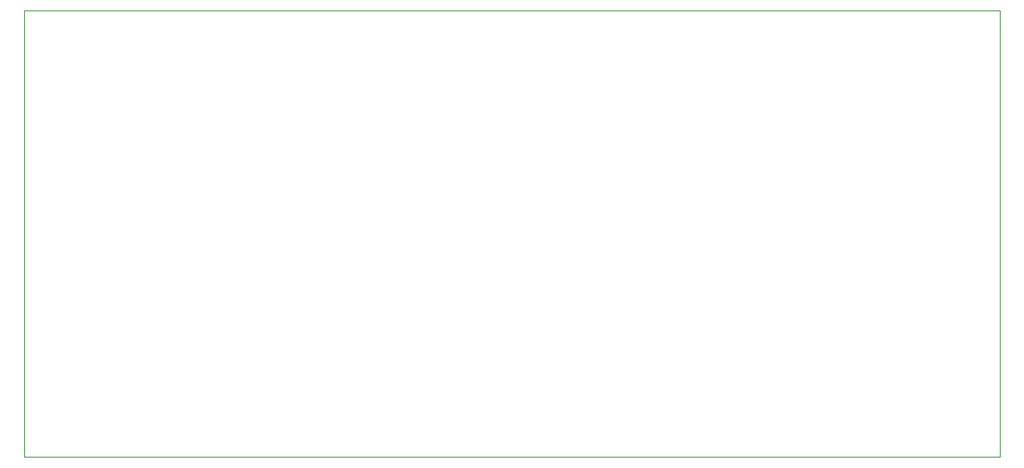
<source format=gko>
G75*
%MOIN*%
%OFA0B0*%
%FSLAX24Y24*%
%IPPOS*%
%LPD*%
%AMOC8*
5,1,8,0,0,1.08239X$1,22.5*
%
%ADD10C,0.0000*%
D10*
X000867Y000100D02*
X000867Y018596D01*
X041237Y018596D01*
X041237Y000100D01*
X000867Y000100D01*
M02*

</source>
